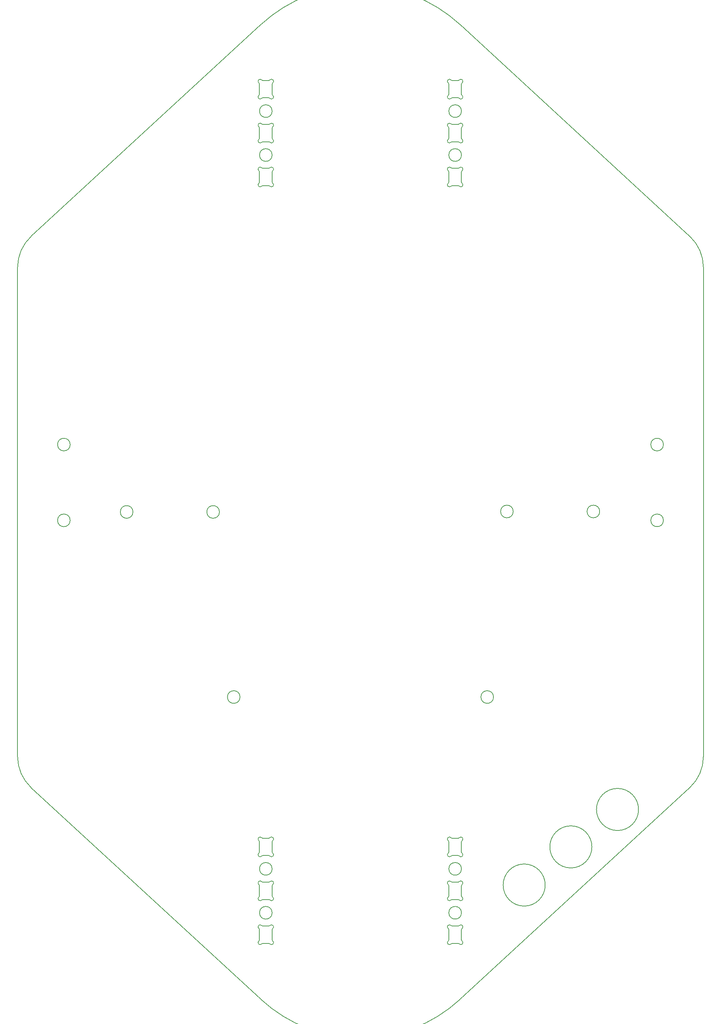
<source format=gbr>
G04 #@! TF.GenerationSoftware,KiCad,Pcbnew,(5.0.1)-3*
G04 #@! TF.CreationDate,2020-02-12T20:38:56-05:00*
G04 #@! TF.ProjectId,TinkerBot,54696E6B6572426F742E6B696361645F,rev?*
G04 #@! TF.SameCoordinates,Original*
G04 #@! TF.FileFunction,Profile,NP*
%FSLAX46Y46*%
G04 Gerber Fmt 4.6, Leading zero omitted, Abs format (unit mm)*
G04 Created by KiCad (PCBNEW (5.0.1)-3) date 2/12/2020 8:38:56 PM*
%MOMM*%
%LPD*%
G01*
G04 APERTURE LIST*
%ADD10C,0.200000*%
G04 APERTURE END LIST*
D10*
X43608000Y-88566000D02*
G75*
G03X43608000Y-88566000I-5000000J0D01*
G01*
X54704000Y-79502000D02*
G75*
G03X54704000Y-79502000I-5000000J0D01*
G01*
X65791000Y-70613000D02*
G75*
G03X65791000Y-70613000I-5000000J0D01*
G01*
X21246682Y87900379D02*
G75*
G02X21446098Y87999604I199416J-150775D01*
G01*
X21246682Y87900379D02*
G75*
G02X20583283Y88626199I-398833J301550D01*
G01*
X20700999Y88838334D02*
G75*
G02X20583283Y88626199I-249999J-1D01*
G01*
X21446098Y87999604D02*
X22955902Y87999604D01*
X-54374000Y66270D02*
G75*
G03X-54374000Y66270I-1500000J0D01*
G01*
X-33824000Y66270D02*
G75*
G03X-33824000Y66270I-1500000J0D01*
G01*
X36002000Y173000D02*
G75*
G03X36002000Y173000I-1500000J0D01*
G01*
X56552000Y173000D02*
G75*
G03X56552000Y173000I-1500000J0D01*
G01*
X-21181283Y-80940468D02*
G75*
G02X-21844682Y-81666288I-264566J-424270D01*
G01*
X-21299000Y-84717063D02*
G75*
G03X-21299000Y-84717063I-1500000J0D01*
G01*
X-22044098Y-92000396D02*
G75*
G02X-21844682Y-92099621I0J-250000D01*
G01*
X23818717Y-91373801D02*
G75*
G02X23155318Y-92099621I-264566J-424270D01*
G01*
X22955902Y-92000396D02*
X21446098Y-92000396D01*
X23701000Y-95150396D02*
G75*
G03X23701000Y-95150396I-1500000J0D01*
G01*
X23818717Y-101807135D02*
G75*
G02X23701000Y-101595000I132283J212135D01*
G01*
X20701000Y-101595000D02*
G75*
G02X20583283Y-101807135I-250000J0D01*
G01*
X-24006247Y115803805D02*
G75*
G02X23420018Y115798557I23710284J-25745338D01*
G01*
X23420018Y-115681623D02*
G75*
G02X-24011944Y-115681623I-23715981J25740090D01*
G01*
X-78571958Y-65412013D02*
G75*
G02X-81795963Y-58057702I6775995J7354311D01*
G01*
X81204038Y-58057702D02*
G75*
G02X77980032Y-65412014I-10000001J0D01*
G01*
X-81795963Y58174636D02*
G75*
G02X-78571958Y65528948I10000000J1D01*
G01*
X77980032Y65528948D02*
G75*
G02X81204037Y58174637I-6775995J-7354311D01*
G01*
X-81795963Y-58057702D02*
X-81795963Y58174637D01*
X81204037Y58174637D02*
X81204037Y-58057702D01*
X77980032Y-65412014D02*
X23420018Y-115681623D01*
X23420018Y115798557D02*
X77980032Y65528948D01*
X-78571958Y65528948D02*
X-24011944Y115798557D01*
X-24011944Y-115681623D02*
X-78571958Y-65412014D01*
X-21299000Y95282937D02*
G75*
G03X-21299000Y95282937I-1500000J0D01*
G01*
X-21299000Y91294207D02*
G75*
G02X-21181283Y91506342I250000J0D01*
G01*
X-69299000Y16066270D02*
G75*
G03X-69299000Y16066270I-1500000J0D01*
G01*
X-21298999Y101727540D02*
G75*
G02X-21181283Y101939675I249999J1D01*
G01*
X21446098Y92132937D02*
G75*
G02X21246682Y92232162I0J250000D01*
G01*
X71701000Y16066270D02*
G75*
G03X71701000Y16066270I-1500000J0D01*
G01*
X-23753318Y87900379D02*
G75*
G02X-23553902Y87999604I199416J-150775D01*
G01*
X-21299000Y-95150396D02*
G75*
G03X-21299000Y-95150396I-1500000J0D01*
G01*
X-23553902Y92132937D02*
G75*
G02X-23753318Y92232162I0J250000D01*
G01*
X-21844682Y102665495D02*
G75*
G02X-22044098Y102566270I-199416J150775D01*
G01*
X-21844682Y92232162D02*
G75*
G02X-21181283Y91506342I398833J-301550D01*
G01*
X-23753318Y87900379D02*
G75*
G02X-24416717Y88626199I-398833J301550D01*
G01*
X23701000Y95282937D02*
G75*
G03X23701000Y95282937I-1500000J0D01*
G01*
X-22044098Y87999604D02*
G75*
G02X-21844682Y87900379I0J-250000D01*
G01*
X-69299000Y-1933730D02*
G75*
G03X-69299000Y-1933730I-1500000J0D01*
G01*
X-24299001Y88838334D02*
G75*
G02X-24416717Y88626199I-249999J-1D01*
G01*
X23701000Y-84717063D02*
G75*
G03X23701000Y-84717063I-1500000J0D01*
G01*
X-21299000Y84849604D02*
G75*
G03X-21299000Y84849604I-1500000J0D01*
G01*
X-23553902Y92132937D02*
X-22044098Y92132937D01*
X23701000Y84849604D02*
G75*
G03X23701000Y84849604I-1500000J0D01*
G01*
X-21844682Y92232162D02*
G75*
G02X-22044098Y92132937I-199416J150775D01*
G01*
X-24299000Y88838333D02*
X-24299000Y91294207D01*
X71701000Y-1933730D02*
G75*
G03X71701000Y-1933730I-1500000J0D01*
G01*
X-24416717Y91506342D02*
G75*
G02X-24299000Y91294207I-132283J-212135D01*
G01*
X-24416717Y91506342D02*
G75*
G02X-23753318Y92232162I264566J424270D01*
G01*
X23155318Y102665495D02*
G75*
G02X22955902Y102566270I-199416J150775D01*
G01*
X21246682Y98333712D02*
G75*
G02X21446098Y98432937I199416J-150775D01*
G01*
X23701000Y99271667D02*
X23701000Y101727541D01*
X21246682Y98333712D02*
G75*
G02X20583283Y99059532I-398833J301550D01*
G01*
X20583283Y101939676D02*
G75*
G02X20701000Y101727541I-132283J-212135D01*
G01*
X21246682Y-92099621D02*
G75*
G02X20583283Y-91373801I-398833J301550D01*
G01*
X23155318Y-87767838D02*
G75*
G02X23818717Y-88493658I398833J-301550D01*
G01*
X20583283Y-98926991D02*
G75*
G02X20701000Y-99139126I-132283J-212135D01*
G01*
X21446098Y-98300396D02*
G75*
G02X21246682Y-98201171I0J250000D01*
G01*
X23701000Y-99139126D02*
G75*
G02X23818717Y-98926991I250000J0D01*
G01*
X-22044098Y87999604D02*
X-23553902Y87999604D01*
X-23553902Y102566270D02*
G75*
G02X-23753318Y102665495I0J250000D01*
G01*
X20583283Y-98926991D02*
G75*
G02X21246682Y-98201171I264566J424270D01*
G01*
X21446098Y-87867063D02*
G75*
G02X21246682Y-87767838I0J250000D01*
G01*
X23155318Y-98201171D02*
G75*
G02X22955902Y-98300396I-199416J150775D01*
G01*
X-23553902Y102566270D02*
X-22044098Y102566270D01*
X-23753318Y98333712D02*
G75*
G02X-23553902Y98432937I199416J-150775D01*
G01*
X20583283Y-88493658D02*
G75*
G02X20701000Y-88705793I-132283J-212135D01*
G01*
X22955902Y98432937D02*
G75*
G02X23155318Y98333712I0J-250000D01*
G01*
X23701001Y101727540D02*
G75*
G02X23818717Y101939675I249999J1D01*
G01*
X23818717Y99059532D02*
G75*
G02X23701000Y99271667I132283J212135D01*
G01*
X21446098Y102566270D02*
G75*
G02X21246682Y102665495I0J250000D01*
G01*
X-23753318Y98333712D02*
G75*
G02X-24416717Y99059532I-398833J301550D01*
G01*
X22955902Y-92000396D02*
G75*
G02X23155318Y-92099621I0J-250000D01*
G01*
X23818717Y99059532D02*
G75*
G02X23155318Y98333712I-264566J-424270D01*
G01*
X-24416717Y101939675D02*
G75*
G02X-23753318Y102665495I264566J424270D01*
G01*
X23701000Y-88705793D02*
X23701000Y-91161667D01*
X-21299000Y101727541D02*
X-21299000Y99271667D01*
X20700999Y-91161666D02*
G75*
G02X20583283Y-91373801I-249999J-1D01*
G01*
X21446098Y98432937D02*
X22955902Y98432937D01*
X20701000Y99271667D02*
G75*
G02X20583283Y99059532I-250000J0D01*
G01*
X21246682Y-92099621D02*
G75*
G02X21446098Y-92000396I199416J-150775D01*
G01*
X20583283Y-88493658D02*
G75*
G02X21246682Y-87767838I264566J424270D01*
G01*
X20583283Y101939675D02*
G75*
G02X21246682Y102665495I264566J424270D01*
G01*
X23701000Y-99139126D02*
X23701000Y-101595000D01*
X22955902Y102566270D02*
X21446098Y102566270D01*
X-22044098Y98432937D02*
G75*
G02X-21844682Y98333712I0J-250000D01*
G01*
X21446098Y-87867063D02*
X22955902Y-87867063D01*
X23155318Y-98201171D02*
G75*
G02X23818717Y-98926991I398833J-301550D01*
G01*
X20701000Y101727541D02*
X20701000Y99271667D01*
X-21844682Y102665495D02*
G75*
G02X-21181283Y101939675I398833J-301550D01*
G01*
X21446098Y-98300396D02*
X22955902Y-98300396D01*
X23155318Y-87767838D02*
G75*
G02X22955902Y-87867063I-199416J150775D01*
G01*
X23701000Y-88705793D02*
G75*
G02X23818717Y-88493658I250000J0D01*
G01*
X-21181283Y99059532D02*
G75*
G02X-21844682Y98333712I-264566J-424270D01*
G01*
X-22044098Y98432937D02*
X-23553902Y98432937D01*
X23818717Y-101807135D02*
G75*
G02X23155318Y-102532955I-264566J-424270D01*
G01*
X20701000Y-91161667D02*
X20701000Y-88705793D01*
X23155318Y102665495D02*
G75*
G02X23818717Y101939675I398833J-301550D01*
G01*
X-21181283Y99059532D02*
G75*
G02X-21299000Y99271667I132283J212135D01*
G01*
X-24299000Y99271667D02*
X-24299000Y101727541D01*
X-21299000Y91294207D02*
X-21299000Y88838333D01*
X-21181283Y88626198D02*
G75*
G02X-21299000Y88838333I132283J212135D01*
G01*
X-24299000Y99271667D02*
G75*
G02X-24416717Y99059532I-250000J0D01*
G01*
X23818717Y-91373802D02*
G75*
G02X23701000Y-91161667I132283J212135D01*
G01*
X-24416717Y101939676D02*
G75*
G02X-24299000Y101727541I-132283J-212135D01*
G01*
X-21181283Y88626199D02*
G75*
G02X-21844682Y87900379I-264566J-424270D01*
G01*
X-21844682Y-87767838D02*
G75*
G02X-21181283Y-88493658I398833J-301550D01*
G01*
X31326000Y-43902497D02*
G75*
G03X31326000Y-43902497I-1500000J0D01*
G01*
X-28924000Y-43902497D02*
G75*
G03X-28924000Y-43902497I-1500000J0D01*
G01*
X-24299000Y-88705793D02*
X-24299000Y-91161667D01*
X-23753318Y-92099621D02*
G75*
G02X-23553902Y-92000396I199416J-150775D01*
G01*
X-23553902Y-102433730D02*
X-22044098Y-102433730D01*
X20583283Y81073009D02*
G75*
G02X20701000Y80860874I-132283J-212135D01*
G01*
X20701000Y91294207D02*
X20701000Y88838333D01*
X20583283Y91506342D02*
G75*
G02X20701000Y91294207I-132283J-212135D01*
G01*
X-24299000Y-101595000D02*
G75*
G02X-24416717Y-101807135I-250000J0D01*
G01*
X20701000Y80860874D02*
X20701000Y78405000D01*
X20583283Y81073009D02*
G75*
G02X21246682Y81798829I264566J424270D01*
G01*
X21446098Y81699604D02*
G75*
G02X21246682Y81798829I0J250000D01*
G01*
X23701000Y91294207D02*
G75*
G02X23818717Y91506342I250000J0D01*
G01*
X-21844682Y-98201171D02*
G75*
G02X-21181283Y-98926991I398833J-301550D01*
G01*
X22955902Y-102433730D02*
X21446098Y-102433730D01*
X21246682Y-102532955D02*
G75*
G02X21446098Y-102433730I199416J-150775D01*
G01*
X-24416717Y-88493658D02*
G75*
G02X-24299000Y-88705793I-132283J-212135D01*
G01*
X-21299000Y-101595000D02*
X-21299000Y-99139126D01*
X-24416717Y-98926991D02*
G75*
G02X-23753318Y-98201171I264566J424270D01*
G01*
X23155318Y92232162D02*
G75*
G02X22955902Y92132937I-199416J150775D01*
G01*
X21246682Y-102532955D02*
G75*
G02X20583283Y-101807135I-398833J301550D01*
G01*
X-21299000Y-88705793D02*
G75*
G02X-21181283Y-88493658I250000J0D01*
G01*
X-21844682Y-98201171D02*
G75*
G02X-22044098Y-98300396I-199416J150775D01*
G01*
X23818717Y78192865D02*
G75*
G02X23155318Y77467045I-264566J-424270D01*
G01*
X-21299000Y-91161667D02*
X-21299000Y-88705793D01*
X-21181283Y-91373801D02*
G75*
G02X-21844682Y-92099621I-264566J-424270D01*
G01*
X-23753318Y-92099621D02*
G75*
G02X-24416717Y-91373801I-398833J301550D01*
G01*
X-21181283Y-101807135D02*
G75*
G02X-21844682Y-102532955I-264566J-424270D01*
G01*
X-24416717Y-98926991D02*
G75*
G02X-24299000Y-99139126I-132283J-212135D01*
G01*
X-23753318Y-102532955D02*
G75*
G02X-24416717Y-101807135I-398833J301550D01*
G01*
X23818717Y78192865D02*
G75*
G02X23701000Y78405000I132283J212135D01*
G01*
X-23553902Y-98300396D02*
G75*
G02X-23753318Y-98201171I0J250000D01*
G01*
X20701000Y78405000D02*
G75*
G02X20583283Y78192865I-250000J0D01*
G01*
X23818717Y88626199D02*
G75*
G02X23155318Y87900379I-264566J-424270D01*
G01*
X-24299001Y-91161666D02*
G75*
G02X-24416717Y-91373801I-249999J-1D01*
G01*
X22955902Y77566270D02*
G75*
G02X23155318Y77467045I0J-250000D01*
G01*
X22955902Y81699604D02*
X21446098Y81699604D01*
X23701000Y78405000D02*
X23701000Y80860874D01*
X23155318Y81798829D02*
G75*
G02X22955902Y81699604I-199416J150775D01*
G01*
X21446098Y77566270D02*
X22955902Y77566270D01*
X23155318Y92232162D02*
G75*
G02X23818717Y91506342I398833J-301550D01*
G01*
X-21181283Y-91373802D02*
G75*
G02X-21299000Y-91161667I132283J212135D01*
G01*
X-23553902Y-92000396D02*
X-22044098Y-92000396D01*
X21246682Y77467045D02*
G75*
G02X20583283Y78192865I-398833J301550D01*
G01*
X-23753318Y-102532955D02*
G75*
G02X-23553902Y-102433730I199416J-150775D01*
G01*
X21246682Y77467045D02*
G75*
G02X21446098Y77566270I199416J-150775D01*
G01*
X23155318Y81798829D02*
G75*
G02X23818717Y81073009I398833J-301550D01*
G01*
X20583283Y91506342D02*
G75*
G02X21246682Y92232162I264566J424270D01*
G01*
X-23553902Y-87867063D02*
G75*
G02X-23753318Y-87767838I0J250000D01*
G01*
X-21299000Y-99139126D02*
G75*
G02X-21181283Y-98926991I250000J0D01*
G01*
X-22044098Y-98300396D02*
X-23553902Y-98300396D01*
X23701000Y80860874D02*
G75*
G02X23818717Y81073009I250000J0D01*
G01*
X-24299000Y-99139126D02*
X-24299000Y-101595000D01*
X22955902Y-102433730D02*
G75*
G02X23155318Y-102532955I0J-250000D01*
G01*
X-21844682Y-87767838D02*
G75*
G02X-22044098Y-87867063I-199416J150775D01*
G01*
X-21844682Y81798829D02*
G75*
G02X-22044098Y81699604I-199416J150775D01*
G01*
X-22044098Y-87867063D02*
X-23553902Y-87867063D01*
X-22044098Y-102433730D02*
G75*
G02X-21844682Y-102532955I0J-250000D01*
G01*
X22955902Y92132937D02*
X21446098Y92132937D01*
X20701000Y-101595000D02*
X20701000Y-99139126D01*
X-24416717Y-88493658D02*
G75*
G02X-23753318Y-87767838I264566J424270D01*
G01*
X-21181283Y-101807135D02*
G75*
G02X-21299000Y-101595000I132283J212135D01*
G01*
X-24416717Y-78060325D02*
G75*
G02X-23753318Y-77334505I264566J424270D01*
G01*
X23701000Y-78272459D02*
X23701000Y-80728333D01*
X-21844682Y-77334505D02*
G75*
G02X-21181283Y-78060325I398833J-301550D01*
G01*
X-21181283Y78192865D02*
G75*
G02X-21299000Y78405000I132283J212135D01*
G01*
X-21299000Y80860874D02*
X-21299000Y78405000D01*
X-23553902Y-81567063D02*
X-22044098Y-81567063D01*
X20583283Y-78060325D02*
G75*
G02X21246682Y-77334505I264566J424270D01*
G01*
X23155318Y-77334505D02*
G75*
G02X22955902Y-77433730I-199416J150775D01*
G01*
X21246682Y-81666288D02*
G75*
G02X20583283Y-80940468I-398833J301550D01*
G01*
X-23753318Y77467045D02*
G75*
G02X-23553902Y77566270I199416J-150775D01*
G01*
X-22044098Y77566270D02*
X-23553902Y77566270D01*
X-21299000Y-80728333D02*
X-21299000Y-78272459D01*
X-24416717Y-78060324D02*
G75*
G02X-24299000Y-78272459I-132283J-212135D01*
G01*
X20701000Y-80728333D02*
X20701000Y-78272459D01*
X23818717Y-80940468D02*
G75*
G02X23155318Y-81666288I-264566J-424270D01*
G01*
X-21844682Y-77334505D02*
G75*
G02X-22044098Y-77433730I-199416J150775D01*
G01*
X23155318Y-77334505D02*
G75*
G02X23818717Y-78060325I398833J-301550D01*
G01*
X23818717Y88626198D02*
G75*
G02X23701000Y88838333I132283J212135D01*
G01*
X-21844682Y81798829D02*
G75*
G02X-21181283Y81073009I398833J-301550D01*
G01*
X-21181283Y78192865D02*
G75*
G02X-21844682Y77467045I-264566J-424270D01*
G01*
X-24416717Y81073009D02*
G75*
G02X-24299000Y80860874I-132283J-212135D01*
G01*
X21446098Y-77433730D02*
G75*
G02X21246682Y-77334505I0J250000D01*
G01*
X23701001Y-78272460D02*
G75*
G02X23818717Y-78060325I249999J1D01*
G01*
X22955902Y-81567063D02*
X21446098Y-81567063D01*
X-23553902Y81699604D02*
X-22044098Y81699604D01*
X-24416717Y81073009D02*
G75*
G02X-23753318Y81798829I264566J424270D01*
G01*
X20583283Y-78060324D02*
G75*
G02X20701000Y-78272459I-132283J-212135D01*
G01*
X-23553902Y81699604D02*
G75*
G02X-23753318Y81798829I0J250000D01*
G01*
X22955902Y87999604D02*
G75*
G02X23155318Y87900379I0J-250000D01*
G01*
X-23753318Y-81666288D02*
G75*
G02X-23553902Y-81567063I199416J-150775D01*
G01*
X-24299000Y-80728333D02*
G75*
G02X-24416717Y-80940468I-250000J0D01*
G01*
X-23553902Y-77433730D02*
G75*
G02X-23753318Y-77334505I0J250000D01*
G01*
X-22044098Y77566270D02*
G75*
G02X-21844682Y77467045I0J-250000D01*
G01*
X23701000Y88838333D02*
X23701000Y91294207D01*
X23818717Y-80940468D02*
G75*
G02X23701000Y-80728333I132283J212135D01*
G01*
X21246682Y-81666288D02*
G75*
G02X21446098Y-81567063I199416J-150775D01*
G01*
X-24299000Y-78272459D02*
X-24299000Y-80728333D01*
X-21181283Y-80940468D02*
G75*
G02X-21299000Y-80728333I132283J212135D01*
G01*
X21446098Y-77433730D02*
X22955902Y-77433730D01*
X22955902Y-81567063D02*
G75*
G02X23155318Y-81666288I0J-250000D01*
G01*
X-24299000Y78405000D02*
G75*
G02X-24416717Y78192865I-250000J0D01*
G01*
X20701000Y-80728333D02*
G75*
G02X20583283Y-80940468I-250000J0D01*
G01*
X-22044098Y-77433730D02*
X-23553902Y-77433730D01*
X-21299000Y80860874D02*
G75*
G02X-21181283Y81073009I250000J0D01*
G01*
X-23753318Y77467045D02*
G75*
G02X-24416717Y78192865I-398833J301550D01*
G01*
X-22044098Y-81567063D02*
G75*
G02X-21844682Y-81666288I0J-250000D01*
G01*
X-21298999Y-78272460D02*
G75*
G02X-21181283Y-78060325I249999J1D01*
G01*
X-23753318Y-81666288D02*
G75*
G02X-24416717Y-80940468I-398833J301550D01*
G01*
X-24299000Y78405000D02*
X-24299000Y80860874D01*
M02*

</source>
